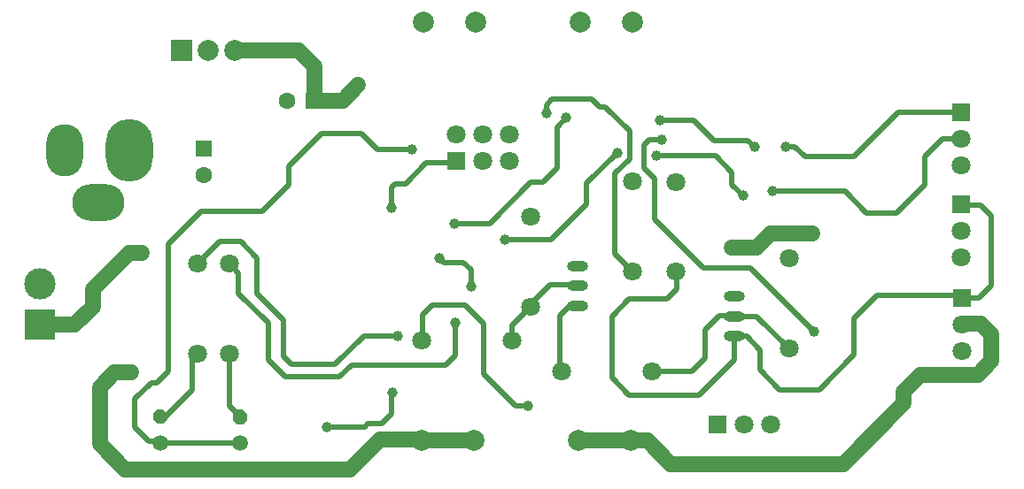
<source format=gbr>
G04 DipTrace 2.4.0.2*
%INBottom.gbr*%
%MOIN*%
%ADD13C,0.0591*%
%ADD14C,0.0197*%
%ADD16C,0.0394*%
%ADD19R,0.063X0.063*%
%ADD20C,0.063*%
%ADD21O,0.1772X0.2362*%
%ADD22O,0.1969X0.1378*%
%ADD23O,0.1378X0.1969*%
%ADD24C,0.0709*%
%ADD25R,0.0709X0.0709*%
%ADD28C,0.0591*%
%ADD29C,0.0787*%
%ADD31O,0.0787X0.0394*%
%ADD32C,0.0709*%
%ADD38R,0.1181X0.1181*%
%ADD39C,0.1181*%
%ADD40R,0.0787X0.0787*%
%FSLAX44Y44*%
G04*
G70*
G90*
G75*
G01*
%LNBottom*%
%LPD*%
X9736Y8417D2*
D13*
X9123D1*
X8558Y7852D1*
Y5700D1*
X9516Y4741D1*
X17971D1*
X19110Y5880D1*
X20623D1*
X20658Y5845D1*
X22627D1*
X32327Y13106D2*
X33270D1*
X33799Y13635D1*
X35363D1*
X20297Y16810D2*
D14*
X19001D1*
X18414Y17397D1*
X16893D1*
X15684Y16187D1*
Y15462D1*
X14681Y14460D1*
X12366D1*
X11139Y13233D1*
Y8453D1*
X10707Y8021D1*
X10500D1*
X9878Y7399D1*
Y6345D1*
X10413Y5809D1*
X10767D1*
X10834Y5742D1*
X13825D1*
X13840Y5727D1*
X19533Y14592D2*
Y15363D1*
X19684Y15514D1*
X20065D1*
X20846Y16294D1*
X21870D1*
X21962Y16386D1*
X32433Y9757D2*
Y8866D1*
X31117Y7551D1*
X28473D1*
X27829Y8195D1*
Y10517D1*
X28473Y11161D1*
X29898D1*
X30289Y11552D1*
Y12144D1*
X30239Y12195D1*
X32433Y9757D2*
X32892D1*
X33409Y9241D1*
Y8498D1*
X34152Y7755D1*
X35638D1*
X36951Y9068D1*
Y10450D1*
X37815Y11314D1*
X40868D1*
X40992Y11190D1*
X41640D1*
X42117Y11668D1*
Y14294D1*
X41703Y14709D1*
X41017D1*
X40985Y14741D1*
X21934Y10258D2*
Y9049D1*
X21573Y8688D1*
X18039D1*
X17583Y8232D1*
X15541D1*
X14897Y8876D1*
Y10258D1*
X13782Y11374D1*
Y12152D1*
X13439Y12495D1*
X19782Y9787D2*
X18494D1*
X17410Y8703D1*
X15777D1*
X15478Y9002D1*
Y10368D1*
X14489Y11358D1*
Y12709D1*
X13860Y13337D1*
X13078D1*
X12232Y12492D1*
X13656Y20536D2*
D13*
X16036D1*
X16637Y19936D1*
Y18655D1*
X16624Y18642D1*
X17700D1*
X18286Y19229D1*
X24084Y9620D2*
D14*
Y10175D1*
X24777Y10868D1*
Y10969D1*
X25508Y11700D1*
X26496D1*
X26537Y11659D1*
Y10909D2*
X26241D1*
X25869Y10538D1*
Y8518D1*
X25951Y8436D1*
X29345D2*
X30830D1*
X31347Y8954D1*
Y10011D1*
X31876Y10540D1*
X32400D1*
X32433Y10507D1*
X33290D1*
X34500Y9297D1*
X34375Y16922D2*
X34721D1*
X35110Y16533D1*
X36939D1*
X38615Y18209D1*
X40983D1*
X40987Y18212D1*
X33875Y15228D2*
X36593D1*
X37417Y14404D1*
X38538D1*
X39622Y15487D1*
Y16552D1*
X40268Y17198D1*
X40973D1*
X40987Y17212D1*
X6316Y10190D2*
D13*
X7603D1*
X8297Y10884D1*
Y11525D1*
X9685Y12913D1*
X10125D1*
X26564Y5845D2*
X28533D1*
X29162D1*
X30056Y4951D1*
X36532D1*
X38809Y7228D1*
Y7683D1*
X39442Y8315D1*
X41592D1*
X42123Y8847D1*
Y9833D1*
X41719Y10238D1*
X41039D1*
X40992Y10190D1*
X25358Y18160D2*
D14*
Y18480D1*
X25579Y18700D1*
X27084D1*
X27383Y18402D1*
X27591D1*
X28499Y17493D1*
Y16442D1*
X27954Y15896D1*
Y12867D1*
X28599Y12222D1*
X17113Y6352D2*
X18527D1*
X18652Y6478D1*
X19171D1*
X19548Y6855D1*
Y7609D1*
X19579Y7640D1*
X29696Y17181D2*
X29234D1*
X29041Y16988D1*
Y16109D1*
X29438Y15712D1*
Y14178D1*
X31270Y12346D1*
X33026D1*
X35431Y9942D1*
X24664Y7139D2*
X24208D1*
X22999Y8348D1*
Y10249D1*
X22307Y10940D1*
X21067D1*
X20705Y10579D1*
Y9635D1*
X20691Y9620D1*
X21916Y14019D2*
X23237D1*
X24782Y15565D1*
X25228D1*
X25772Y16109D1*
Y17649D1*
X26118Y17994D1*
X29513Y16564D2*
X31746D1*
X32357Y15954D1*
Y15487D1*
X32759Y15084D1*
X23793Y13392D2*
X25537D1*
X26888Y14743D1*
Y15528D1*
X28034Y16675D1*
X29629Y17900D2*
X30904D1*
X31658Y17146D1*
X32946D1*
X33198Y16895D1*
X13439Y9101D2*
Y7129D1*
X13840Y6727D1*
X10834Y6742D2*
X11044D1*
X12031Y7729D1*
Y8897D1*
X12232Y9098D1*
X22530Y11648D2*
Y12278D1*
X22255Y12552D1*
X21493D1*
X21333Y12712D1*
D16*
X9736Y8417D3*
X32327Y13106D3*
X35363Y13635D3*
X20297Y16810D3*
X19533Y14592D3*
X21934Y10258D3*
X19782Y9787D3*
X18286Y19229D3*
X34375Y16922D3*
X33875Y15228D3*
X10125Y12913D3*
X25358Y18160D3*
X17113Y6352D3*
X19579Y7640D3*
X29696Y17181D3*
X35431Y9942D3*
X24664Y7139D3*
X21916Y14019D3*
X26118Y17994D3*
X29513Y16564D3*
X32759Y15084D3*
X23793Y13392D3*
X28034Y16675D3*
X29629Y17900D3*
X33198Y16895D3*
X22530Y11648D3*
X21333Y12712D3*
D19*
X12486Y16838D3*
D20*
Y15838D3*
D19*
X16624Y18642D3*
D20*
X15624D3*
D21*
X9676Y16783D3*
D22*
X8495Y14815D3*
D23*
X7255Y16783D3*
D24*
X23962Y16386D3*
X22962D3*
D25*
X21962D3*
D24*
Y17386D3*
X22962D3*
X23962D3*
G36*
X14113Y6840D2*
Y6614D1*
X13953Y6455D1*
X13727D1*
X13567Y6614D1*
Y6840D1*
X13727Y7000D1*
X13953D1*
X14113Y6840D1*
G37*
D28*
X13840Y5727D3*
G36*
X11107Y6855D2*
Y6629D1*
X10947Y6469D1*
X10721D1*
X10562Y6629D1*
Y6855D1*
X10721Y7015D1*
X10947D1*
X11107Y6855D1*
G37*
D28*
X10834Y5742D3*
D29*
X20658Y5845D3*
X22627D3*
X26564D3*
X28533D3*
X20749Y21599D3*
X22718D3*
X26655D3*
X28623D3*
D25*
X31809Y6447D3*
D24*
X32809D3*
X33809D3*
D25*
X40987Y18212D3*
D24*
Y17212D3*
Y16212D3*
D25*
X40992Y11190D3*
D24*
Y10190D3*
Y9190D3*
D25*
X40985Y14741D3*
D24*
Y13741D3*
Y12741D3*
D31*
X26537Y10909D3*
Y11659D3*
Y12409D3*
X32433Y9757D3*
Y10507D3*
Y11257D3*
D32*
X20691Y9620D3*
X24084D3*
X24777Y10868D3*
Y14262D3*
X34500Y12691D3*
Y9297D3*
X28599Y12222D3*
Y15616D3*
X30239Y12195D3*
Y15588D3*
X25951Y8436D3*
X29345D3*
X13439Y12495D3*
Y9101D3*
X12232Y12492D3*
Y9098D3*
D38*
X6316Y10190D3*
D39*
Y11749D3*
D40*
X11656Y20536D3*
D29*
X12656D3*
X13656D3*
M02*

</source>
